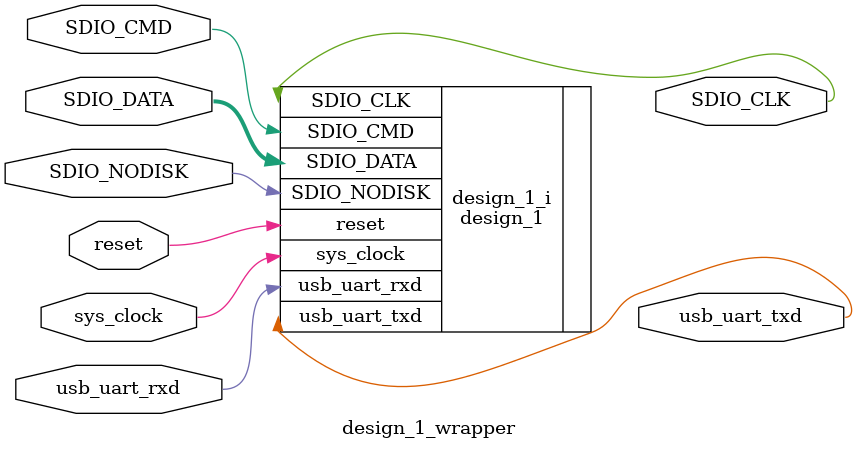
<source format=v>
`timescale 1 ps / 1 ps

module design_1_wrapper
   (SDIO_CLK,
    SDIO_CMD,
    SDIO_DATA,
    SDIO_NODISK,
    reset,
    sys_clock,
    usb_uart_rxd,
    usb_uart_txd);
  output SDIO_CLK;
  inout SDIO_CMD;
  inout [3:0]SDIO_DATA;
  input SDIO_NODISK;
  input reset;
  input sys_clock;
  input usb_uart_rxd;
  output usb_uart_txd;

  wire SDIO_CLK;
  wire SDIO_CMD;
  wire [3:0]SDIO_DATA;
  wire SDIO_NODISK;
  wire reset;
  wire sys_clock;
  wire usb_uart_rxd;
  wire usb_uart_txd;

  design_1 design_1_i
       (.SDIO_CLK(SDIO_CLK),
        .SDIO_CMD(SDIO_CMD),
        .SDIO_DATA(SDIO_DATA),
        .SDIO_NODISK(SDIO_NODISK),
        .reset(reset),
        .sys_clock(sys_clock),
        .usb_uart_rxd(usb_uart_rxd),
        .usb_uart_txd(usb_uart_txd));
endmodule

</source>
